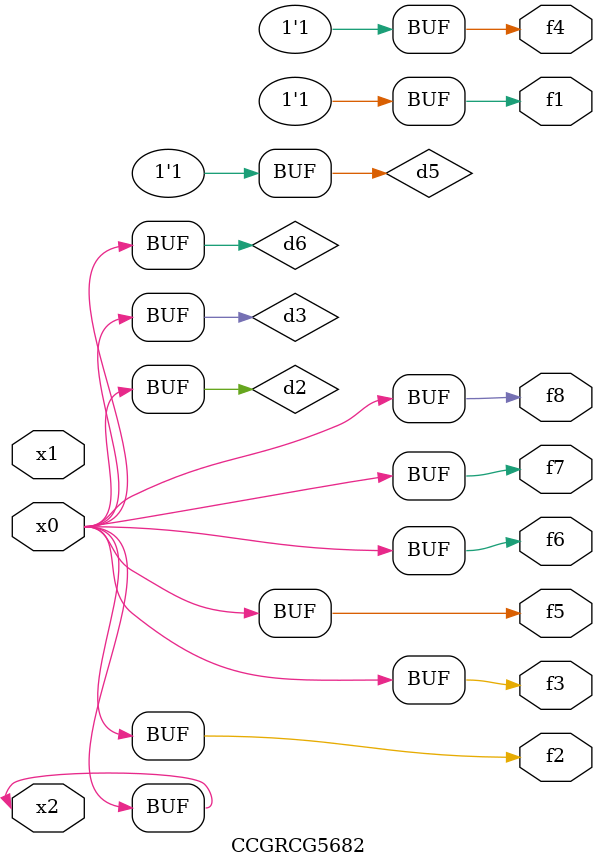
<source format=v>
module CCGRCG5682(
	input x0, x1, x2,
	output f1, f2, f3, f4, f5, f6, f7, f8
);

	wire d1, d2, d3, d4, d5, d6;

	xnor (d1, x2);
	buf (d2, x0, x2);
	and (d3, x0);
	xnor (d4, x1, x2);
	nand (d5, d1, d3);
	buf (d6, d2, d3);
	assign f1 = d5;
	assign f2 = d6;
	assign f3 = d6;
	assign f4 = d5;
	assign f5 = d6;
	assign f6 = d6;
	assign f7 = d6;
	assign f8 = d6;
endmodule

</source>
